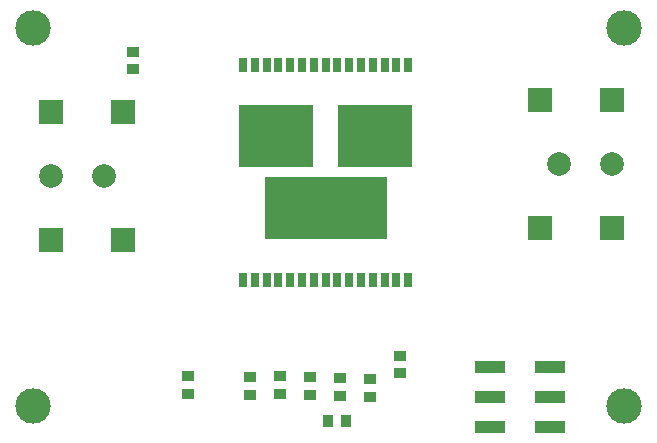
<source format=gts>
G04 (created by PCBNEW (2013-08-24 BZR 4298)-stable) date Wed 19 Mar 2014 03:55:45 AM PDT*
%MOIN*%
G04 Gerber Fmt 3.4, Leading zero omitted, Abs format*
%FSLAX34Y34*%
G01*
G70*
G90*
G04 APERTURE LIST*
%ADD10C,0.005906*%
%ADD11C,0.118110*%
%ADD12R,0.039400X0.035400*%
%ADD13R,0.035400X0.039400*%
%ADD14C,0.078700*%
%ADD15R,0.078700X0.078700*%
%ADD16R,0.100000X0.039000*%
%ADD17R,0.026378X0.051181*%
%ADD18R,0.245276X0.206693*%
%ADD19R,0.405512X0.206693*%
G04 APERTURE END LIST*
G54D10*
G54D11*
X48031Y-49212D03*
X67716Y-49212D03*
X67716Y-36614D03*
X48031Y-36614D03*
G54D12*
X57240Y-48263D03*
X57240Y-48855D03*
X58244Y-48274D03*
X58244Y-48866D03*
X60236Y-48130D03*
X60236Y-47538D03*
X56255Y-48231D03*
X56255Y-48823D03*
X53185Y-48207D03*
X53185Y-48799D03*
X59251Y-48918D03*
X59251Y-48326D03*
X55244Y-48835D03*
X55244Y-48243D03*
G54D13*
X57853Y-49724D03*
X58445Y-49724D03*
G54D12*
X51346Y-37400D03*
X51346Y-37992D03*
G54D14*
X65550Y-41141D03*
G54D15*
X67322Y-43271D03*
X64920Y-43271D03*
X67322Y-39009D03*
X64920Y-39009D03*
G54D14*
X67322Y-41141D03*
G54D16*
X63259Y-47901D03*
X63259Y-48901D03*
X63259Y-49901D03*
X65259Y-49901D03*
X65259Y-48901D03*
X65259Y-47901D03*
G54D14*
X50394Y-41551D03*
G54D15*
X48622Y-39421D03*
X51024Y-39421D03*
X48622Y-43683D03*
X51024Y-43683D03*
G54D14*
X48622Y-41551D03*
G54D17*
X58165Y-37842D03*
X58559Y-37842D03*
X58952Y-37842D03*
X59346Y-37842D03*
X59740Y-37842D03*
X60133Y-37842D03*
X60527Y-37842D03*
X60527Y-45007D03*
X60133Y-45007D03*
X59740Y-45007D03*
X59346Y-45007D03*
X58952Y-45007D03*
X58559Y-45007D03*
X58165Y-45007D03*
X55015Y-45007D03*
X55409Y-45007D03*
X55803Y-45007D03*
X56196Y-45007D03*
X56590Y-45007D03*
X56984Y-45007D03*
X57377Y-45007D03*
X57771Y-45007D03*
X57771Y-37842D03*
X57377Y-37842D03*
X56984Y-37842D03*
X56590Y-37842D03*
X56196Y-37842D03*
X55803Y-37842D03*
X55409Y-37842D03*
X55015Y-37842D03*
G54D18*
X56131Y-40224D03*
X59411Y-40224D03*
G54D19*
X57771Y-42625D03*
G54D18*
X56131Y-40224D03*
X59411Y-40224D03*
G54D19*
X57771Y-42625D03*
M02*

</source>
